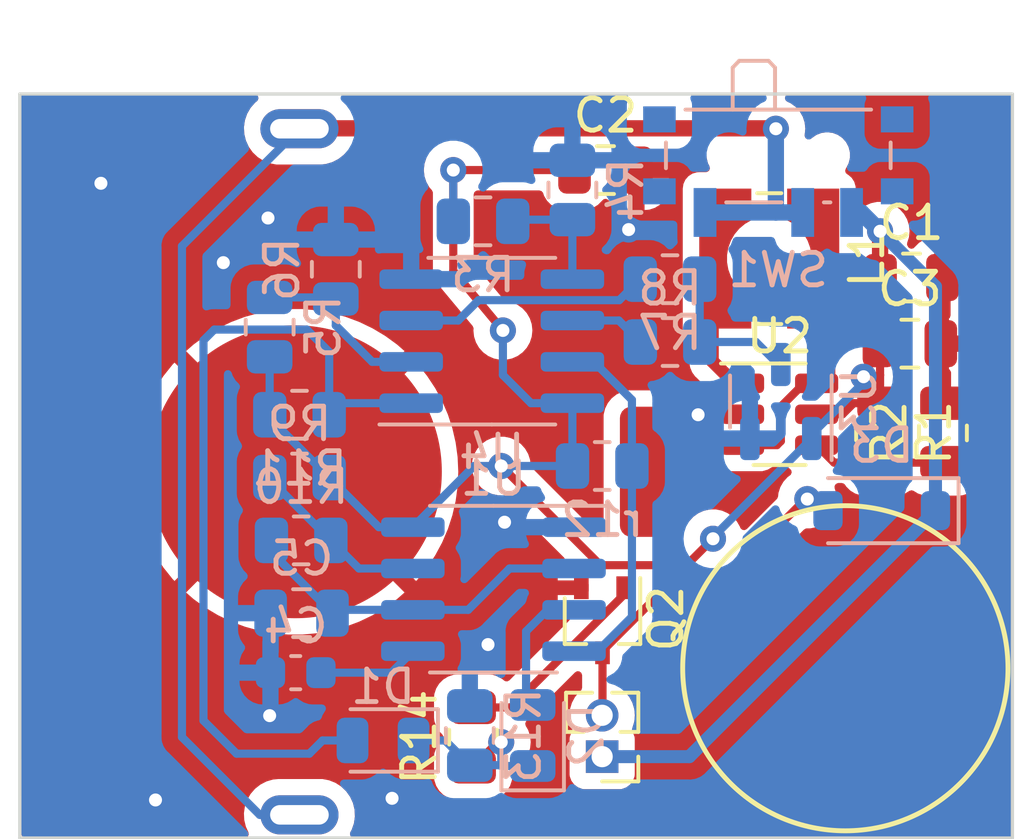
<source format=kicad_pcb>
(kicad_pcb (version 20221018) (generator pcbnew)
  (layers (0 "F.Cu" signal) (31 "B.Cu" signal) (34 "B.Paste" user) (35 "F.Paste" user) (36 "B.SilkS" user "B.Silkscreen") (37 "F.SilkS" user "F.Silkscreen") (38 "B.Mask" user) (39 "F.Mask" user) (44 "Edge.Cuts" user))
  (net 0 "")
  (net 1 "/+5V")
  (net 2 "Net-(U2-FB)")
  (net 3 "GND")
  (net 4 "Net-(U4B-+)")
  (net 5 "Net-(U4A--)")
  (net 6 "Net-(U4A-+)")
  (net 7 "Net-(U3-OUT)")
  (net 8 "Net-(U4B--)")
  (net 9 "Net-(U1-DIS)")
  (net 10 "Net-(U1-THR)")
  (net 11 "Net-(D1-A)")
  (net 12 "Net-(U1-R)")
  (net 13 "Net-(D1-K)")
  (net 14 "Net-(Q2-G)")
  (net 15 "Net-(D3-A)")
  (net 16 "Net-(U2-SW)")
  (net 17 "/BAT")
  (net 18 "Net-(D2-A)")
  (net 19 "Net-(U1-CV)")
  (net 20 "/3V")
  (footprint "Connector_PinHeader_1.27mm:PinHeader_1x02_P1.27mm_Vertical" (layer "F.Cu") (at 167.7416 121.9604 180)
    (fp_text reference "M1" hide)
    (fp_text value "Motor_DC 3V")
    (fp_line (start -1.11 -0.76) (end 0 -0.76) (stroke (width 0.12)) (layer "F.SilkS"))
    (fp_line (start -1.11 0) (end -1.11 -0.76) (stroke (width 0.12)) (layer "F.SilkS"))
    (fp_line (start -1.11 0.76) (end -1.11 1.965) (stroke (width 0.12)) (layer "F.SilkS"))
    (fp_line (start -1.11 0.76) (end -0.563471 0.76) (stroke (width 0.12)) (layer "F.SilkS"))
    (fp_line (start -1.11 1.965) (end -0.30753 1.965) (stroke (width 0.12)) (layer "F.SilkS"))
    (fp_line (start 0.30753 1.965) (end 1.11 1.965) (stroke (width 0.12)) (layer "F.SilkS"))
    (fp_line (start 0.563471 0.76) (end 1.11 0.76) (stroke (width 0.12)) (layer "F.SilkS"))
    (fp_line (start 1.11 0.76) (end 1.11 1.965) (stroke (width 0.12)) (layer "F.SilkS"))
    (pad "1" thru_hole rect (at 0 0 180) (size 1 1) (drill 0.65) (layers "*.Cu" "*.Mask") (net 20 "/3V"))
    (pad "2" thru_hole oval (at 0 1.27 180) (size 1 1) (drill 0.65) (layers "*.Cu" "*.Mask") (net 15 "Net-(D3-A)"))
  )
  (footprint "Package_TO_SOT_SMD:SOT-23-6" (layer "F.Cu") (at 173.19 111.44)
    (fp_text reference "U2" (at 0 -2.4) (layer "F.SilkS"))
    (fp_text value "TPS61070")
    (fp_line (start 0 -1.56) (end -1.8 -1.56) (stroke (width 0.12)) (layer "F.SilkS"))
    (fp_line (start 0 -1.56) (end 0.8 -1.56) (stroke (width 0.12)) (layer "F.SilkS"))
    (fp_line (start 0 1.56) (end -0.8 1.56) (stroke (width 0.12)) (layer "F.SilkS"))
    (fp_line (start 0 1.56) (end 0.8 1.56) (stroke (width 0.12)) (layer "F.SilkS"))
    (pad "1" smd roundrect (at -1.1375 -0.95) (size 1.325 0.6) (layers "F.Cu" "F.Paste" "F.Mask") (net 16 "Net-(U2-SW)"))
    (pad "2" smd roundrect (at -1.1375 0) (size 1.325 0.6) (layers "F.Cu" "F.Paste" "F.Mask") (net 3 "GND"))
    (pad "3" smd roundrect (at -1.1375 0.95) (size 1.325 0.6) (layers "F.Cu" "F.Paste" "F.Mask") (net 20 "/3V"))
    (pad "4" smd roundrect (at 1.1375 0.95) (size 1.325 0.6) (layers "F.Cu" "F.Paste" "F.Mask") (net 2 "Net-(U2-FB)"))
    (pad "5" smd roundrect (at 1.1375 0) (size 1.325 0.6) (layers "F.Cu" "F.Paste" "F.Mask") (net 1 "/+5V"))
    (pad "6" smd roundrect (at 1.1375 -0.95) (size 1.325 0.6) (layers "F.Cu" "F.Paste" "F.Mask") (net 20 "/3V"))
  )
  (footprint "Batery Holder:cr1616" (layer "F.Cu") (at 158.3182 113.2078 90)
    (fp_text reference "BT1" hide)
    (fp_text value "3Volts" hide)
    (pad "" smd roundrect (at 0 10.668 180) (size 1.4 4) (property pad_prop_bga) (layers "F.Cu" "F.Paste" "F.Mask"))
    (pad "1" thru_hole oval (at -10.541 0.127 180) (size 2.4 1.2) (drill oval 1.8 0.6) (layers "*.Cu" "*.Mask") (net 17 "/BAT"))
    (pad "1" thru_hole oval (at 10.541 0.127 180) (size 2.4 1.2) (drill oval 1.8 0.6) (layers "*.Cu" "*.Mask") (net 17 "/BAT"))
    (pad "2" smd circle (at 0 0 90) (size 9 9) (layers "F.Cu" "F.Mask") (net 3 "GND"))
  )
  (footprint "Resistor_SMD:R_0805_2012Metric" (layer "F.Cu") (at 178.2064 112.014 90)
    (fp_text reference "R2" (at 0 -1.65 90) (layer "F.SilkS"))
    (fp_text value "110K")
    (fp_line (start -0.227064 -0.735) (end 0.227064 -0.735) (stroke (width 0.12)) (layer "F.SilkS"))
    (fp_line (start -0.227064 0.735) (end 0.227064 0.735) (stroke (width 0.12)) (layer "F.SilkS"))
    (pad "1" smd roundrect (at -0.9125 0 90) (size 1.025 1.4) (layers "F.Cu" "F.Paste" "F.Mask") (roundrect_rratio 0.243902) (net 2 "Net-(U2-FB)"))
    (pad "2" smd roundrect (at 0.9125 0 90) (size 1.025 1.4) (layers "F.Cu" "F.Paste" "F.Mask") (roundrect_rratio 0.243902) (net 3 "GND"))
  )
  (footprint "Capacitor_SMD:C_0805_2012Metric" (layer "F.Cu") (at 177.2412 107.2388)
    (fp_text reference "C1" (at 0 -1.68) (layer "F.SilkS"))
    (fp_text value "4u7")
    (fp_line (start -0.261252 -0.735) (end 0.261252 -0.735) (stroke (width 0.12)) (layer "F.SilkS"))
    (fp_line (start -0.261252 0.735) (end 0.261252 0.735) (stroke (width 0.12)) (layer "F.SilkS"))
    (pad "1" smd roundrect (at -0.95 0) (size 1 1.45) (layers "F.Cu" "F.Paste" "F.Mask") (net 20 "/3V"))
    (pad "2" smd roundrect (at 0.95 0) (size 1 1.45) (layers "F.Cu" "F.Paste" "F.Mask") (net 3 "GND"))
  )
  (footprint "Resistor_SMD:R_0805_2012Metric" (layer "F.Cu") (at 163.7792 121.3612 90)
    (fp_text reference "R14" (at 0 -1.65 90) (layer "F.SilkS"))
    (fp_text value "10")
    (fp_line (start -0.227064 -0.735) (end 0.227064 -0.735) (stroke (width 0.12)) (layer "F.SilkS"))
    (fp_line (start -0.227064 0.735) (end 0.227064 0.735) (stroke (width 0.12)) (layer "F.SilkS"))
    (pad "1" smd roundrect (at -0.9125 0 90) (size 1.025 1.4) (layers "F.Cu" "F.Paste" "F.Mask") (roundrect_rratio 0.243902) (net 13 "Net-(D1-K)"))
    (pad "2" smd roundrect (at 0.9125 0 90) (size 1.025 1.4) (layers "F.Cu" "F.Paste" "F.Mask") (roundrect_rratio 0.243902) (net 14 "Net-(Q2-G)"))
  )
  (footprint "Resistor_SMD:R_0805_2012Metric" (layer "F.Cu") (at 176.276 112.014 -90)
    (fp_text reference "R1" (at 0 -1.65 90) (layer "F.SilkS"))
    (fp_text value "1M")
    (fp_line (start -0.227064 -0.735) (end 0.227064 -0.735) (stroke (width 0.12)) (layer "F.SilkS"))
    (fp_line (start -0.227064 0.735) (end 0.227064 0.735) (stroke (width 0.12)) (layer "F.SilkS"))
    (pad "1" smd roundrect (at -0.9125 0 270) (size 1.025 1.4) (layers "F.Cu" "F.Paste" "F.Mask") (roundrect_rratio 0.243902) (net 1 "/+5V"))
    (pad "2" smd roundrect (at 0.9125 0 270) (size 1.025 1.4) (layers "F.Cu" "F.Paste" "F.Mask") (roundrect_rratio 0.243902) (net 2 "Net-(U2-FB)"))
  )
  (footprint "Capacitor_SMD:C_0805_2012Metric" (layer "F.Cu") (at 167.8432 103.9368)
    (fp_text reference "C2" (at 0 -1.68) (layer "F.SilkS"))
    (fp_text value "4u7")
    (fp_line (start -0.261252 -0.735) (end 0.261252 -0.735) (stroke (width 0.12)) (layer "F.SilkS"))
    (fp_line (start -0.261252 0.735) (end 0.261252 0.735) (stroke (width 0.12)) (layer "F.SilkS"))
    (pad "1" smd roundrect (at -0.95 0) (size 1 1.45) (layers "F.Cu" "F.Paste" "F.Mask") (net 1 "/+5V"))
    (pad "2" smd roundrect (at 0.95 0) (size 1 1.45) (layers "F.Cu" "F.Paste" "F.Mask") (net 3 "GND"))
  )
  (footprint "Inductor_SMD:L_Wuerth_WE-TPC-3816" (layer "F.Cu") (at 172.8724 106.6572 -90)
    (fp_text reference "L1" (at 0 -3 90) (layer "F.SilkS"))
    (fp_text value "4.7uH")
    (fp_line (start -2.01 0.37) (end -2.01 -0.37) (stroke (width 0.12)) (layer "F.SilkS"))
    (fp_line (start 2.01 -0.37) (end 2.01 0.37) (stroke (width 0.12)) (layer "F.SilkS"))
    (pad "1" smd custom (at 0 -1.75 270) (size 0.7 0.7) (layers "F.Cu" "F.Paste" "F.Mask") (net 20 "/3V") (options (clearance outline) (anchor circle)) (primitives (gr_poly (pts (xy 2.15 1.2) (xy 1.177922 1.2) (xy 1.064578 1.003895) (xy 0.918917 0.830439) (xy 0.745359 0.684899) (xy 0.549174 0.571693) (xy 0.336318 0.494257) (xy 0.113252 0.454942) (xy -0.113252 0.454942) (xy -0.336318 0.494257) (xy -0.549174 0.571693) (xy -0.745359 0.684899) (xy -0.918917 0.830439) (xy -1.064578 1.003895) (xy -1.177922 1.2) (xy -2.15 1.2) (xy -2.15 -0.4) (xy 2.15 -0.4)) (width 0) (fill yes))))
    (pad "2" smd custom (at 0 1.75 270) (size 0.7 0.7) (layers "F.Cu" "F.Paste" "F.Mask") (net 16 "Net-(U2-SW)") (options (clearance outline) (anchor circle)) (primitives (gr_poly (pts (xy -1.064578 -1.003895) (xy -0.918917 -0.830439) (xy -0.745359 -0.684899) (xy -0.549174 -0.571693) (xy -0.336318 -0.494257) (xy -0.113252 -0.454942) (xy 0.113252 -0.454942) (xy 0.336318 -0.494257) (xy 0.549174 -0.571693) (xy 0.745359 -0.684899) (xy 0.918917 -0.830439) (xy 1.064578 -1.003895) (xy 1.177922 -1.2) (xy 2.15 -1.2) (xy 2.15 0.4) (xy -2.15 0.4) (xy -2.15 -1.2) (xy -1.177922 -1.2)) (width 0) (fill yes))))
  )
  (footprint "Package_TO_SOT_SMD:SOT-323_SC-70" (layer "F.Cu") (at 167.752 117.7704 -90)
    (fp_text reference "Q2" (at -0.05 -1.95 90) (layer "F.SilkS"))
    (fp_text value "BSS214NW")
    (fp_line (start -0.68 1.16) (end 0.73 1.16) (stroke (width 0.12)) (layer "F.SilkS"))
    (fp_line (start 0.73 -1.16) (end -1.3 -1.16) (stroke (width 0.12)) (layer "F.SilkS"))
    (fp_line (start 0.73 -1.16) (end 0.73 -0.5) (stroke (width 0.12)) (layer "F.SilkS"))
    (fp_line (start 0.73 0.5) (end 0.73 1.16) (stroke (width 0.12)) (layer "F.SilkS"))
    (pad "1" smd rect (at -1 -0.65 180) (size 0.45 0.7) (layers "F.Cu" "F.Paste" "F.Mask") (net 14 "Net-(Q2-G)"))
    (pad "2" smd rect (at -1 0.65 180) (size 0.45 0.7) (layers "F.Cu" "F.Paste" "F.Mask") (net 3 "GND"))
    (pad "3" smd rect (at 1 0 180) (size 0.45 0.7) (layers "F.Cu" "F.Paste" "F.Mask") (net 15 "Net-(D3-A)"))
  )
  (footprint "Capacitor_SMD:C_0805_2012Metric" (layer "F.Cu") (at 177.1904 109.2708)
    (fp_text reference "C3" (at 0 -1.68) (layer "F.SilkS"))
    (fp_text value "4u7")
    (fp_line (start -0.261252 -0.735) (end 0.261252 -0.735) (stroke (width 0.12)) (layer "F.SilkS"))
    (fp_line (start -0.261252 0.735) (end 0.261252 0.735) (stroke (width 0.12)) (layer "F.SilkS"))
    (pad "1" smd roundrect (at -0.95 0) (size 1 1.45) (layers "F.Cu" "F.Paste" "F.Mask") (net 1 "/+5V"))
    (pad "2" smd roundrect (at 0.95 0) (size 1 1.45) (layers "F.Cu" "F.Paste" "F.Mask") (net 3 "GND"))
  )
  (footprint "Resistor_SMD:R_0805_2012Metric" (layer "B.Cu") (at 169.8263 109.22 180)
    (fp_text reference "R8" (at 0 1.65) (layer "B.SilkS") (effects (justify mirror)))
    (fp_text value "10k")
    (fp_line (start -0.227064 -0.735) (end 0.227064 -0.735) (stroke (width 0.12)) (layer "B.SilkS"))
    (fp_line (start -0.227064 0.735) (end 0.227064 0.735) (stroke (width 0.12)) (layer "B.SilkS"))
    (pad "1" smd roundrect (at -0.9125 0 180) (size 1.025 1.4) (layers "B.Cu" "B.Paste" "B.Mask") (roundrect_rratio 0.243902) (net 7 "Net-(U3-OUT)"))
    (pad "2" smd roundrect (at 0.9125 0 180) (size 1.025 1.4) (layers "B.Cu" "B.Paste" "B.Mask") (roundrect_rratio 0.243902) (net 8 "Net-(U4B--)"))
  )
  (footprint "Resistor_SMD:R_0805_2012Metric" (layer "B.Cu") (at 159.5628 106.9848 -90)
    (fp_text reference "R6" (at 0 1.65 90) (layer "B.SilkS") (effects (justify mirror)))
    (fp_text value "120k")
    (fp_line (start -0.227064 -0.735) (end 0.227064 -0.735) (stroke (width 0.12)) (layer "B.SilkS"))
    (fp_line (start -0.227064 0.735) (end 0.227064 0.735) (stroke (width 0.12)) (layer "B.SilkS"))
    (pad "1" smd roundrect (at -0.9125 0 270) (size 1.025 1.4) (layers "B.Cu" "B.Paste" "B.Mask") (roundrect_rratio 0.243902) (net 3 "GND"))
    (pad "2" smd roundrect (at 0.9125 0 270) (size 1.025 1.4) (layers "B.Cu" "B.Paste" "B.Mask") (roundrect_rratio 0.243902) (net 5 "Net-(U4A--)"))
  )
  (footprint "Resistor_SMD:R_0805_2012Metric" (layer "B.Cu") (at 158.4979 115.316 180)
    (fp_text reference "R10" (at 0 1.65) (layer "B.SilkS") (effects (justify mirror)))
    (fp_text value "22k")
    (fp_line (start -0.227064 -0.735) (end 0.227064 -0.735) (stroke (width 0.12)) (layer "B.SilkS"))
    (fp_line (start -0.227064 0.735) (end 0.227064 0.735) (stroke (width 0.12)) (layer "B.SilkS"))
    (pad "1" smd roundrect (at -0.9125 0 180) (size 1.025 1.4) (layers "B.Cu" "B.Paste" "B.Mask") (roundrect_rratio 0.243902) (net 9 "Net-(U1-DIS)"))
    (pad "2" smd roundrect (at 0.9125 0 180) (size 1.025 1.4) (layers "B.Cu" "B.Paste" "B.Mask") (roundrect_rratio 0.243902) (net 10 "Net-(U1-THR)"))
  )
  (footprint "Button_Switch_SMD:SW_SPDT_PCM12" (layer "B.Cu") (at 173.1504 103.8096)
    (fp_text reference "SW1" (at 0 3.2) (layer "B.SilkS") (effects (justify mirror)))
    (fp_text value "On")
    (fp_line (start -3.45 0.07) (end -3.45 -0.72) (stroke (width 0.12)) (layer "B.SilkS"))
    (fp_line (start -2.85 -1.73) (end 2.85 -1.73) (stroke (width 0.12)) (layer "B.SilkS"))
    (fp_line (start -1.6 1.12) (end 0.1 1.12) (stroke (width 0.12)) (layer "B.SilkS"))
    (fp_line (start -1.4 -3.02) (end -1.2 -3.23) (stroke (width 0.12)) (layer "B.SilkS"))
    (fp_line (start -1.4 -1.73) (end -1.4 -3.02) (stroke (width 0.12)) (layer "B.SilkS"))
    (fp_line (start -1.2 -3.23) (end -0.3 -3.23) (stroke (width 0.12)) (layer "B.SilkS"))
    (fp_line (start -0.1 -3.02) (end -0.3 -3.23) (stroke (width 0.12)) (layer "B.SilkS"))
    (fp_line (start -0.1 -3.02) (end -0.1 -1.73) (stroke (width 0.12)) (layer "B.SilkS"))
    (fp_line (start 1.4 1.12) (end 1.6 1.12) (stroke (width 0.12)) (layer "B.SilkS"))
    (fp_line (start 3.45 -0.72) (end 3.45 0.07) (stroke (width 0.12)) (layer "B.SilkS"))
    (pad "" smd rect (at -3.65 -1.43) (size 1 0.8) (layers "B.Cu" "B.Paste" "B.Mask"))
    (pad "" smd rect (at -3.65 0.78) (size 1 0.8) (layers "B.Cu" "B.Paste" "B.Mask"))
    (pad "" np_thru_hole circle (at -1.5 -0.33) (size 0.9 0.9) (drill 0.9) (layers "*.Cu" "*.Mask"))
    (pad "" np_thru_hole circle (at 1.5 -0.33) (size 0.9 0.9) (drill 0.9) (layers "*.Cu" "*.Mask"))
    (pad "" smd rect (at 3.65 -1.43) (size 1 0.8) (layers "B.Cu" "B.Paste" "B.Mask"))
    (pad "" smd rect (at 3.65 0.78) (size 1 0.8) (layers "B.Cu" "B.Paste" "B.Mask"))
    (pad "1" smd rect (at -2.25 1.43) (size 0.7 1.5) (layers "B.Cu" "B.Paste" "B.Mask") (net 17 "/BAT"))
    (pad "2" smd rect (at 0.75 1.43) (size 0.7 1.5) (layers "B.Cu" "B.Paste" "B.Mask") (net 17 "/BAT"))
    (pad "3" smd rect (at 2.25 1.43) (size 0.7 1.5) (layers "B.Cu" "B.Paste" "B.Mask") (net 20 "/3V"))
  )
  (footprint "Resistor_SMD:R_0805_2012Metric" (layer "B.Cu") (at 157.5308 108.7628 90)
    (fp_text reference "R5" (at 0 1.65 90) (layer "B.SilkS") (effects (justify mirror)))
    (fp_text value "100k")
    (fp_line (start -0.227064 -0.735) (end 0.227064 -0.735) (stroke (width 0.12)) (layer "B.SilkS"))
    (fp_line (start -0.227064 0.735) (end 0.227064 0.735) (stroke (width 0.12)) (layer "B.SilkS"))
    (pad "1" smd roundrect (at -0.9125 0 90) (size 1.025 1.4) (layers "B.Cu" "B.Paste" "B.Mask") (roundrect_rratio 0.243902) (net 1 "/+5V"))
    (pad "2" smd roundrect (at 0.9125 0 90) (size 1.025 1.4) (layers "B.Cu" "B.Paste" "B.Mask") (roundrect_rratio 0.243902) (net 5 "Net-(U4A--)"))
  )
  (footprint "Resistor_SMD:R_0805_2012Metric" (layer "B.Cu") (at 167.7435 113.03)
    (fp_text reference "r12" (at 0 1.65) (layer "B.SilkS") (effects (justify mirror)))
    (fp_text value "10k")
    (fp_line (start -0.227064 -0.735) (end 0.227064 -0.735) (stroke (width 0.12)) (layer "B.SilkS"))
    (fp_line (start -0.227064 0.735) (end 0.227064 0.735) (stroke (width 0.12)) (layer "B.SilkS"))
    (pad "1" smd roundrect (at -0.9125 0) (size 1.025 1.4) (layers "B.Cu" "B.Paste" "B.Mask") (roundrect_rratio 0.243902) (net 1 "/+5V"))
    (pad "2" smd roundrect (at 0.9125 0) (size 1.025 1.4) (layers "B.Cu" "B.Paste" "B.Mask") (roundrect_rratio 0.243902) (net 12 "Net-(U1-R)"))
  )
  (footprint "Diode_SMD:D_0805_2012Metric" (layer "B.Cu") (at 165.608 121.3104 90)
    (fp_text reference "D2" (at 0 1.65 90) (layer "B.SilkS") (effects (justify mirror)))
    (fp_text value "1N4148")
    (fp_line (start -1.685 -0.96) (end 1 -0.96) (stroke (width 0.12)) (layer "B.SilkS"))
    (fp_line (start -1.685 0.96) (end -1.685 -0.96) (stroke (width 0.12)) (layer "B.SilkS"))
    (fp_line (start 1 0.96) (end -1.685 0.96) (stroke (width 0.12)) (layer "B.SilkS"))
    (pad "1" smd roundrect (at -0.9375 0 90) (size 0.975 1.4) (layers "B.Cu" "B.Paste" "B.Mask") (net 13 "Net-(D1-K)"))
    (pad "2" smd roundrect (at 0.9375 0 90) (size 0.975 1.4) (layers "B.Cu" "B.Paste" "B.Mask") (net 18 "Net-(D2-A)"))
  )
  (footprint "Package_SO:SOIC-8_3.9x4.9mm_P1.27mm" (layer "B.Cu") (at 164.403 116.8146 180)
    (fp_text reference "U1" (at 0 3.4) (layer "B.SilkS") (effects (justify mirror)))
    (fp_text value "SE555D")
    (fp_line (start 0 -2.56) (end -1.95 -2.56) (stroke (width 0.12)) (layer "B.SilkS"))
    (fp_line (start 0 -2.56) (end 1.95 -2.56) (stroke (width 0.12)) (layer "B.SilkS"))
    (fp_line (start 0 2.56) (end -3.45 2.56) (stroke (width 0.12)) (layer "B.SilkS"))
    (fp_line (start 0 2.56) (end 1.95 2.56) (stroke (width 0.12)) (layer "B.SilkS"))
    (pad "1" smd roundrect (at -2.475 1.905 180) (size 1.95 0.6) (layers "B.Cu" "B.Paste" "B.Mask") (net 3 "GND"))
    (pad "2" smd roundrect (at -2.475 0.635 180) (size 1.95 0.6) (layers "B.Cu" "B.Paste" "B.Mask") (net 10 "Net-(U1-THR)"))
    (pad "3" smd roundrect (at -2.475 -0.635 180) (size 1.95 0.6) (layers "B.Cu" "B.Paste" "B.Mask") (net 18 "Net-(D2-A)"))
    (pad "4" smd roundrect (at -2.475 -1.905 180) (size 1.95 0.6) (layers "B.Cu" "B.Paste" "B.Mask") (net 12 "Net-(U1-R)"))
    (pad "5" smd roundrect (at 2.475 -1.905 180) (size 1.95 0.6) (layers "B.Cu" "B.Paste" "B.Mask") (net 19 "Net-(U1-CV)"))
    (pad "6" smd roundrect (at 2.475 -0.635 180) (size 1.95 0.6) (layers "B.Cu" "B.Paste" "B.Mask") (net 10 "Net-(U1-THR)"))
    (pad "7" smd roundrect (at 2.475 0.635 180) (size 1.95 0.6) (layers "B.Cu" "B.Paste" "B.Mask") (net 9 "Net-(U1-DIS)"))
    (pad "8" smd roundrect (at 2.475 1.905 180) (size 1.95 0.6) (layers "B.Cu" "B.Paste" "B.Mask") (net 1 "/+5V"))
  )
  (footprint "Resistor_SMD:R_0805_2012Metric" (layer "B.Cu") (at 158.4471 113.3856 180)
    (fp_text reference "R9" (at 0 1.65) (layer "B.SilkS") (effects (justify mirror)))
    (fp_text value "1k")
    (fp_line (start -0.227064 -0.735) (end 0.227064 -0.735) (stroke (width 0.12)) (layer "B.SilkS"))
    (fp_line (start -0.227064 0.735) (end 0.227064 0.735) (stroke (width 0.12)) (layer "B.SilkS"))
    (pad "1" smd roundrect (at -0.9125 0 180) (size 1.025 1.4) (layers "B.Cu" "B.Paste" "B.Mask") (roundrect_rratio 0.243902) (net 1 "/+5V"))
    (pad "2" smd roundrect (at 0.9125 0 180) (size 1.025 1.4) (layers "B.Cu" "B.Paste" "B.Mask") (roundrect_rratio 0.243902) (net 9 "Net-(U1-DIS)"))
  )
  (footprint "Resistor_SMD:R_0805_2012Metric" (layer "B.Cu") (at 163.6776 121.3104 90)
    (fp_text reference "R13" (at 0 1.65 -270) (layer "B.SilkS") (effects (justify mirror)))
    (fp_text value "1M")
    (fp_line (start -0.227064 -0.735) (end 0.227064 -0.735) (stroke (width 0.12)) (layer "B.SilkS"))
    (fp_line (start -0.227064 0.735) (end 0.227064 0.735) (stroke (width 0.12)) (layer "B.SilkS"))
    (pad "1" smd roundrect (at -0.9125 0 90) (size 1.025 1.4) (layers "B.Cu" "B.Paste" "B.Mask") (roundrect_rratio 0.243902) (net 13 "Net-(D1-K)"))
    (pad "2" smd roundrect (at 0.9125 0 90) (size 1.025 1.4) (layers "B.Cu" "B.Paste" "B.Mask") (roundrect_rratio 0.243902) (net 3 "GND"))
  )
  (footprint "Capacitor_SMD:C_0805_2012Metric" (layer "B.Cu") (at 158.5112 117.5512 180)
    (fp_text reference "C5" (at 0 1.68) (layer "B.SilkS") (effects (justify mirror)))
    (fp_text value "4u7")
    (fp_line (start -0.261252 -0.735) (end 0.261252 -0.735) (stroke (width 0.12)) (layer "B.SilkS"))
    (fp_line (start -0.261252 0.735) (end 0.261252 0.735) (stroke (width 0.12)) (layer "B.SilkS"))
    (pad "1" smd roundrect (at -0.95 0 180) (size 1 1.45) (layers "B.Cu" "B.Paste" "B.Mask") (net 10 "Net-(U1-THR)"))
    (pad "2" smd roundrect (at 0.95 0 180) (size 1 1.45) (layers "B.Cu" "B.Paste" "B.Mask") (net 3 "GND"))
  )
  (footprint "Package_TO_SOT_SMD:SOT-23-3" (layer "B.Cu") (at 173.228 111.0488 90)
    (fp_text reference "U3" (at 0 2.4 90) (layer "B.SilkS") (effects (justify mirror)))
    (fp_text value "49E Hall")
    (fp_line (start 0 -1.56) (end -0.8 -1.56) (stroke (width 0.12)) (layer "B.SilkS"))
    (fp_line (start 0 -1.56) (end 0.8 -1.56) (stroke (width 0.12)) (layer "B.SilkS"))
    (fp_line (start 0 1.56) (end -1.8 1.56) (stroke (width 0.12)) (layer "B.SilkS"))
    (fp_line (start 0 1.56) (end 0.8 1.56) (stroke (width 0.12)) (layer "B.SilkS"))
    (pad "1" smd roundrect (at -1.1375 0.95 90) (size 1.325 0.6) (layers "B.Cu" "B.Paste" "B.Mask") (net 1 "/+5V"))
    (pad "2" smd roundrect (at -1.1375 -0.95 90) (size 1.325 0.6) (layers "B.Cu" "B.Paste" "B.Mask") (net 3 "GND"))
    (pad "3" smd roundrect (at 1.1375 0 90) (size 1.325 0.6) (layers "B.Cu" "B.Paste" "B.Mask") (net 7 "Net-(U3-OUT)"))
  )
  (footprint "Capacitor_SMD:C_0603_1608Metric" (layer "B.Cu") (at 158.3306 119.38 180)
    (fp_text reference "C4" (at 0 1.43) (layer "B.SilkS") (effects (justify mirror)))
    (fp_text value "100n")
    (fp_line (start -0.14058 -0.51) (end 0.14058 -0.51) (stroke (width 0.12)) (layer "B.SilkS"))
    (fp_line (start -0.14058 0.51) (end 0.14058 0.51) (stroke (width 0.12)) (layer "B.SilkS"))
    (pad "1" smd roundrect (at -0.775 0 180) (size 0.9 0.95) (layers "B.Cu" "B.Paste" "B.Mask") (net 19 "Net-(U1-CV)"))
    (pad "2" smd roundrect (at 0.775 0 180) (size 0.9 0.95) (layers "B.Cu" "B.Paste" "B.Mask") (net 3 "GND"))
  )
  (footprint "Resistor_SMD:R_0805_2012Metric" (layer "B.Cu") (at 169.8244 107.2896)
    (fp_text reference "R7" (at 0 1.65) (layer "B.SilkS") (effects (justify mirror)))
    (fp_text value "10k")
    (fp_line (start -0.227064 -0.735) (end 0.227064 -0.735) (stroke (width 0.12)) (layer "B.SilkS"))
    (fp_line (start -0.227064 0.735) (end 0.227064 0.735) (stroke (width 0.12)) (layer "B.SilkS"))
    (pad "1" smd roundrect (at -0.9125 0) (size 1.025 1.4) (layers "B.Cu" "B.Paste" "B.Mask") (roundrect_rratio 0.243902) (net 6 "Net-(U4A-+)"))
    (pad "2" smd roundrect (at 0.9125 0) (size 1.025 1.4) (layers "B.Cu" "B.Paste" "B.Mask") (roundrect_rratio 0.243902) (net 7 "Net-(U3-OUT)"))
  )
  (footprint "Diode_SMD:D_SOD-123" (layer "B.Cu") (at 176.3268 114.4016 180)
    (fp_text reference "D3" (at 0 2) (layer "B.SilkS") (effects (justify mirror)))
    (fp_text value "SS14HE")
    (fp_line (start -2.36 -1) (end 1.65 -1) (stroke (width 0.12)) (layer "B.SilkS"))
    (fp_line (start -2.36 1) (end -2.36 -1) (stroke (width 0.12)) (layer "B.SilkS"))
    (fp_line (start -2.36 1) (end 1.65 1) (stroke (width 0.12)) (layer "B.SilkS"))
    (pad "1" smd roundrect (at -1.65 0 180) (size 0.9 1.2) (layers "B.Cu" "B.Paste" "B.Mask") (net 20 "/3V"))
    (pad "2" smd roundrect (at 1.65 0 180) (size 0.9 1.2) (layers "B.Cu" "B.Paste" "B.Mask") (net 15 "Net-(D3-A)"))
  )
  (footprint "Resistor_SMD:R_0805_2012Metric" (layer "B.Cu") (at 166.8272 104.5483 90)
    (fp_text reference "R4" (at 0 1.65 90) (layer "B.SilkS") (effects (justify mirror)))
    (fp_text value "100k")
    (fp_line (start -0.227064 -0.735) (end 0.227064 -0.735) (stroke (width 0.12)) (layer "B.SilkS"))
    (fp_line (start -0.227064 0.735) (end 0.227064 0.735) (stroke (width 0.12)) (layer "B.SilkS"))
    (pad "1" smd roundrect (at -0.9125 0 90) (size 1.025 1.4) (layers "B.Cu" "B.Paste" "B.Mask") (roundrect_rratio 0.243902) (net 4 "Net-(U4B-+)"))
    (pad "2" smd roundrect (at 0.9125 0 90) (size 1.025 1.4) (layers "B.Cu" "B.Paste" "B.Mask") (roundrect_rratio 0.243902) (net 3 "GND"))
  )
  (footprint "Diode_SMD:D_0805_2012Metric" (layer "B.Cu") (at 161.0129 121.4628 180)
    (fp_text reference "D1" (at 0 1.65) (layer "B.SilkS") (effects (justify mirror)))
    (fp_text value "1N4148")
    (fp_line (start -1.685 -0.96) (end 1 -0.96) (stroke (width 0.12)) (layer "B.SilkS"))
    (fp_line (start -1.685 0.96) (end -1.685 -0.96) (stroke (width 0.12)) (layer "B.SilkS"))
    (fp_line (start 1 0.96) (end -1.685 0.96) (stroke (width 0.12)) (layer "B.SilkS"))
    (pad "1" smd roundrect (at -0.9375 0 180) (size 0.975 1.4) (layers "B.Cu" "B.Paste" "B.Mask") (net 13 "Net-(D1-K)"))
    (pad "2" smd roundrect (at 0.9375 0 180) (size 0.975 1.4) (layers "B.Cu" "B.Paste" "B.Mask") (net 11 "Net-(D1-A)"))
  )
  (footprint "Resistor_SMD:R_0805_2012Metric" (layer "B.Cu") (at 158.4471 111.4552)
    (fp_text reference "R11" (at 0 1.65) (layer "B.SilkS") (effects (justify mirror)))
    (fp_text value "10k")
    (fp_line (start -0.227064 -0.735) (end 0.227064 -0.735) (stroke (width 0.12)) (layer "B.SilkS"))
    (fp_line (start -0.227064 0.735) (end 0.227064 0.735) (stroke (width 0.12)) (layer "B.SilkS"))
    (pad "1" smd roundrect (at -0.9125 0) (size 1.025 1.4) (layers "B.Cu" "B.Paste" "B.Mask") (roundrect_rratio 0.243902) (net 1 "/+5V"))
    (pad "2" smd roundrect (at 0.9125 0) (size 1.025 1.4) (layers "B.Cu" "B.Paste" "B.Mask") (roundrect_rratio 0.243902) (net 11 "Net-(D1-A)"))
  )
  (footprint "Resistor_SMD:R_0805_2012Metric" (layer "B.Cu") (at 164.084 105.5116)
    (fp_text reference "R3" (at 0 1.65) (layer "B.SilkS") (effects (justify mirror)))
    (fp_text value "120k")
    (fp_line (start -0.227064 -0.735) (end 0.227064 -0.735) (stroke (width 0.12)) (layer "B.SilkS"))
    (fp_line (start -0.227064 0.735) (end 0.227064 0.735) (stroke (width 0.12)) (layer "B.SilkS"))
    (pad "1" smd roundrect (at -0.9125 0) (size 1.025 1.4) (layers "B.Cu" "B.Paste" "B.Mask") (roundrect_rratio 0.243902) (net 1 "/+5V"))
    (pad "2" smd roundrect (at 0.9125 0) (size 1.025 1.4) (layers "B.Cu" "B.Paste" "B.Mask") (roundrect_rratio 0.243902) (net 4 "Net-(U4B-+)"))
  )
  (footprint "Package_SO:SOIC-8_3.9x4.9mm_P1.27mm" (layer "B.Cu") (at 164.3522 109.1946)
    (fp_text reference "U4" (at 0 3.4) (layer "B.SilkS") (effects (justify mirror)))
    (fp_text value "LM393")
    (fp_line (start 0 -2.56) (end -1.95 -2.56) (stroke (width 0.12)) (layer "B.SilkS"))
    (fp_line (start 0 -2.56) (end 1.95 -2.56) (stroke (width 0.12)) (layer "B.SilkS"))
    (fp_line (start 0 2.56) (end -3.45 2.56) (stroke (width 0.12)) (layer "B.SilkS"))
    (fp_line (start 0 2.56) (end 1.95 2.56) (stroke (width 0.12)) (layer "B.SilkS"))
    (pad "1" smd roundrect (at -2.475 1.905) (size 1.95 0.6) (layers "B.Cu" "B.Paste" "B.Mask") (net 11 "Net-(D1-A)"))
    (pad "2" smd roundrect (at -2.475 0.635) (size 1.95 0.6) (layers "B.Cu" "B.Paste" "B.Mask") (net 5 "Net-(U4A--)"))
    (pad "3" smd roundrect (at -2.475 -0.635) (size 1.95 0.6) (layers "B.Cu" "B.Paste" "B.Mask") (net 6 "Net-(U4A-+)"))
    (pad "4" smd roundrect (at -2.475 -1.905) (size 1.95 0.6) (layers "B.Cu" "B.Paste" "B.Mask") (net 3 "GND"))
    (pad "5" smd roundrect (at 2.475 -1.905) (size 1.95 0.6) (layers "B.Cu" "B.Paste" "B.Mask") (net 4 "Net-(U4B-+)"))
    (pad "6" smd roundrect (at 2.475 -0.635) (size 1.95 0.6) (layers "B.Cu" "B.Paste" "B.Mask") (net 8 "Net-(U4B--)"))
    (pad "7" smd roundrect (at 2.475 0.635) (size 1.95 0.6) (layers "B.Cu" "B.Paste" "B.Mask") (net 12 "Net-(U1-R)"))
    (pad "8" smd roundrect (at 2.475 1.905) (size 1.95 0.6) (layers "B.Cu" "B.Paste" "B.Mask") (net 1 "/+5V"))
  )
  (gr_circle (center 175.2092 119.24416) (end 180.1876 119.65056) (stroke (width 0.15)) (fill none) (layer "F.SilkS"))
  (gr_line (start 149.86 101.6) (end 180.34 101.6) (stroke (width 0.1)) (layer "Edge.Cuts"))
  (gr_line (start 149.86 124.46) (end 149.86 101.6) (stroke (width 0.1)) (layer "Edge.Cuts"))
  (gr_line (start 180.34 124.46) (end 149.86 124.46) (stroke (width 0.1)) (layer "Edge.Cuts"))
  (gr_line (start 180.34 101.6) (end 180.34 124.46) (stroke (width 0.1)) (layer "Edge.Cuts"))
  (segment (start 176.2741 111.0996) (end 176.276 111.1015) (width 0.25) (layer "F.Cu") (net 1))
  (segment (start 176.276 110.236) (end 176.2252 110.2868) (width 0.25) (layer "F.Cu") (net 1))
  (segment (start 163.1696 103.9368) (end 163.1696 107.0356) (width 0.25) (layer "F.Cu") (net 1))
  (segment (start 171.1452 115.2652) (end 170.3324 116.078) (width 0.25) (layer "F.Cu") (net 1))
  (segment (start 176.276 110.236) (end 176.276 109.3064) (width 0.25) (layer "F.Cu") (net 1))
  (segment (start 167.6908 116.078) (end 164.6428 113.03) (width 0.25) (layer "F.Cu") (net 1))
  (segment (start 170.3324 116.078) (end 167.6908 116.078) (width 0.25) (layer "F.Cu") (net 1))
  (segment (start 176.276 109.3064) (end 176.2404 109.2708) (width 0.25) (layer "F.Cu") (net 1))
  (segment (start 163.1696 103.9368) (end 166.8932 103.9368) (width 0.25) (layer "F.Cu") (net 1))
  (segment (start 164.6784 112.9944) (end 164.6428 113.03) (width 0.25) (layer "F.Cu") (net 1))
  (segment (start 163.1696 107.0356) (end 164.6936 108.8644) (width 0.25) (layer "F.Cu") (net 1))
  (segment (start 174.3935 111.506) (end 174.3275 111.44) (width 0.25) (layer "F.Cu") (net 1))
  (segment (start 174.3275 111.44) (end 175.1228 111.44) (width 0.25) (layer "F.Cu") (net 1))
  (segment (start 176.2252 110.2868) (end 175.768 110.2868) (width 0.25) (layer "F.Cu") (net 1))
  (segment (start 175.1228 111.44) (end 175.4632 111.0996) (width 0.25) (layer "F.Cu") (net 1))
  (segment (start 175.4632 111.0996) (end 176.2741 111.0996) (width 0.25) (layer "F.Cu") (net 1))
  (segment (start 176.2912 109.2708) (end 176.2404 109.2708) (width 0.25) (layer "F.Cu") (net 1))
  (segment (start 176.276 111.1015) (end 176.276 110.236) (width 0.25) (layer "F.Cu") (net 1))
  (via (at 164.6428 113.03) (size 0.8) (drill 0.4) (layers "F.Cu" "B.Cu") (net 1))
  (via (at 163.1696 103.9368) (size 0.8) (drill 0.4) (layers "F.Cu" "B.Cu") (net 1))
  (via (at 175.768 110.2868) (size 0.8) (drill 0.4) (layers "F.Cu" "B.Cu") (net 1))
  (via (at 171.1452 115.2652) (size 0.8) (drill 0.4) (layers "F.Cu" "B.Cu") (net 1))
  (via (at 164.6936 108.8644) (size 0.8) (drill 0.4) (layers "F.Cu" "B.Cu") (net 1))
  (segment (start 157.5308 109.6753) (end 157.5308 111.4514) (width 0.25) (layer "B.Cu") (net 1))
  (segment (start 164.6936 108.8644) (end 164.6936 110.236) (width 0.25) (layer "B.Cu") (net 1))
  (segment (start 174.178 112.1863) (end 171.1452 115.2191) (width 0.25) (layer "B.Cu") (net 1))
  (segment (start 175.768 110.4638) (end 174.0256 112.2062) (width 0.25) (layer "B.Cu") (net 1))
  (segment (start 163.8076 113.03) (end 161.928 114.9096) (width 0.25) (layer "B.Cu") (net 1))
  (segment (start 163.1696 105.5097) (end 163.1696 103.9368) (width 0.25) (layer "B.Cu") (net 1))
  (segment (start 171.1452 115.2191) (end 171.1452 115.2652) (width 0.25) (layer "B.Cu") (net 1))
  (segment (start 160.8836 114.9096) (end 159.3596 113.3856) (width 0.25) (layer "B.Cu") (net 1))
  (segment (start 166.8272 113.0262) (end 166.831 113.03) (width 0.25) (layer "B.Cu") (net 1))
  (segment (start 166.831 113.03) (end 163.8076 113.03) (width 0.25) (layer "B.Cu") (net 1))
  (segment (start 157.5327 111.1485) (end 157.5346 111.1504) (width 0.25) (layer "B.Cu") (net 1))
  (segment (start 163.1715 105.5116) (end 163.1696 105.5097) (width 0.25) (layer "B.Cu") (net 1))
  (segment (start 159.3596 113.3856) (end 159.3596 112.9754) (width 0.25) (layer "B.Cu") (net 1))
  (segment (start 157.5308 111.4514) (end 157.5346 111.4552) (width 0.25) (layer "B.Cu") (net 1))
  (segment (start 157.5346 111.4552) (end 157.5346 111.5606) (width 0.25) (layer "B.Cu") (net 1))
  (segment (start 165.5572 111.0996) (end 166.8272 111.0996) (width 0.25) (layer "B.Cu") (net 1))
  (segment (start 166.8272 111.0996) (end 166.8272 113.0262) (width 0.25) (layer "B.Cu") (net 1))
  (segment (start 157.5346 111.5606) (end 159.3596 113.3856) (width 0.25) (layer "B.Cu") (net 1))
  (segment (start 164.6936 110.236) (end 165.5572 111.0996) (width 0.25) (layer "B.Cu") (net 1))
  (segment (start 175.768 110.2868) (end 175.768 110.4638) (width 0.25) (layer "B.Cu") (net 1))
  (segment (start 161.928 114.9096) (end 160.8836 114.9096) (width 0.25) (layer "B.Cu") (net 1))
  (segment (start 178.2064 112.9265) (end 176.276 112.9265) (width 0.25) (layer "F.Cu") (net 2))
  (segment (start 176.276 112.9265) (end 174.864 112.9265) (width 0.25) (layer "F.Cu") (net 2))
  (segment (start 174.864 112.9265) (end 174.3275 112.39) (width 0.25) (layer "F.Cu") (net 2))
  (via (at 164.7444 114.7572) (size 0.8) (drill 0.4) (layers "F.Cu" "B.Cu") (net 3))
  (via (at 154.0256 123.2916) (size 0.8) (drill 0.4) (layers "F.Cu" "B.Cu") (net 3))
  (via (at 152.3492 104.3432) (size 0.8) (drill 0.4) (layers "F.Cu" "B.Cu") (net 3))
  (via (at 168.5544 105.7656) (size 0.8) (drill 0.4) (layers "F.Cu" "B.Cu") (net 3))
  (via (at 157.5308 120.7008) (size 0.8) (drill 0.4) (layers "F.Cu" "B.Cu") (net 3))
  (via (at 156.1084 106.7816) (size 0.8) (drill 0.4) (layers "F.Cu" "B.Cu") (net 3))
  (via (at 164.2364 118.5164) (size 0.8) (drill 0.4) (layers "F.Cu" "B.Cu") (net 3))
  (via (at 170.688 111.4552) (size 0.8) (drill 0.4) (layers "F.Cu" "B.Cu") (net 3))
  (via (at 157.48 105.41) (size 0.8) (drill 0.4) (layers "F.Cu" "B.Cu") (net 3))
  (via (at 161.29 123.2408) (size 0.8) (drill 0.4) (layers "F.Cu" "B.Cu") (net 3))
  (segment (start 165.0473 105.4608) (end 164.9965 105.5116) (width 0.25) (layer "B.Cu") (net 4))
  (segment (start 166.8272 105.4608) (end 165.0473 105.4608) (width 0.25) (layer "B.Cu") (net 4))
  (segment (start 166.8272 107.2896) (end 166.8272 105.4608) (width 0.25) (layer "B.Cu") (net 4))
  (segment (start 160.6804 109.8296) (end 159.5628 108.712) (width 0.25) (layer "B.Cu") (net 5))
  (segment (start 157.5308 107.8503) (end 159.5158 107.8503) (width 0.25) (layer "B.Cu") (net 5))
  (segment (start 159.5158 107.8503) (end 159.5628 107.8973) (width 0.25) (layer "B.Cu") (net 5))
  (segment (start 159.5628 108.712) (end 159.5628 107.8973) (width 0.25) (layer "B.Cu") (net 5))
  (segment (start 161.8772 109.8296) (end 160.6804 109.8296) (width 0.25) (layer "B.Cu") (net 5))
  (segment (start 163.947 107.9346) (end 168.2669 107.9346) (width 0.25) (layer "B.Cu") (net 6))
  (segment (start 161.8772 108.5596) (end 163.322 108.5596) (width 0.25) (layer "B.Cu") (net 6))
  (segment (start 163.322 108.5596) (end 163.947 107.9346) (width 0.25) (layer "B.Cu") (net 6))
  (segment (start 168.2669 107.9346) (end 168.9119 107.2896) (width 0.25) (layer "B.Cu") (net 6))
  (segment (start 170.7369 109.2181) (end 170.7388 109.22) (width 0.25) (layer "B.Cu") (net 7))
  (segment (start 173.228 109.9113) (end 173.1573 109.9113) (width 0.25) (layer "B.Cu") (net 7))
  (segment (start 170.7369 107.2896) (end 170.7369 109.2181) (width 0.25) (layer "B.Cu") (net 7))
  (segment (start 173.1573 109.9113) (end 172.466 109.22) (width 0.25) (layer "B.Cu") (net 7))
  (segment (start 172.466 109.22) (end 170.7388 109.22) (width 0.25) (layer "B.Cu") (net 7))
  (segment (start 166.878 108.5088) (end 166.8272 108.5596) (width 0.25) (layer "B.Cu") (net 8))
  (segment (start 166.8272 108.5596) (end 168.2534 108.5596) (width 0.25) (layer "B.Cu") (net 8))
  (segment (start 168.2534 108.5596) (end 168.9138 109.22) (width 0.25) (layer "B.Cu") (net 8))
  (segment (start 161.928 116.1796) (end 160.274 116.1796) (width 0.25) (layer "B.Cu") (net 9))
  (segment (start 157.5346 113.4402) (end 159.4104 115.316) (width 0.25) (layer "B.Cu") (net 9))
  (segment (start 160.274 116.1796) (end 159.4104 115.316) (width 0.25) (layer "B.Cu") (net 9))
  (segment (start 157.5346 113.3856) (end 157.5346 113.4402) (width 0.25) (layer "B.Cu") (net 9))
  (segment (start 161.928 117.4496) (end 159.5628 117.4496) (width 0.25) (layer "B.Cu") (net 10))
  (segment (start 161.928 117.4496) (end 163.6268 117.4496) (width 0.25) (layer "B.Cu") (net 10))
  (segment (start 157.5854 115.316) (end 157.5854 115.6754) (width 0.25) (layer "B.Cu") (net 10))
  (segment (start 164.8968 116.1796) (end 166.878 116.1796) (width 0.25) (layer "B.Cu") (net 10))
  (segment (start 159.5628 117.4496) (end 159.4612 117.5512) (width 0.25) (layer "B.Cu") (net 10))
  (segment (start 163.6268 117.4496) (end 164.8968 116.1796) (width 0.25) (layer "B.Cu") (net 10))
  (segment (start 157.5854 115.6754) (end 159.4612 117.5512) (width 0.25) (layer "B.Cu") (net 10))
  (segment (start 155.8302 108.8378) (end 158.6726 108.8378) (width 0.25) (layer "B.Cu") (net 11))
  (segment (start 155.4988 109.1692) (end 155.8302 108.8378) (width 0.25) (layer "B.Cu") (net 11))
  (segment (start 159.3596 109.5248) (end 159.3596 111.4552) (width 0.25) (layer "B.Cu") (net 11))
  (segment (start 160.0754 121.4628) (end 159.1564 121.4628) (width 0.25) (layer "B.Cu") (net 11))
  (segment (start 156.5148 121.8692) (end 155.4988 120.8532) (width 0.25) (layer "B.Cu") (net 11))
  (segment (start 161.8772 111.0996) (end 159.7152 111.0996) (width 0.25) (layer "B.Cu") (net 11))
  (segment (start 159.1564 121.4628) (end 158.75 121.8692) (width 0.25) (layer "B.Cu") (net 11))
  (segment (start 158.6726 108.8378) (end 159.3596 109.5248) (width 0.25) (layer "B.Cu") (net 11))
  (segment (start 158.75 121.8692) (end 156.5148 121.8692) (width 0.25) (layer "B.Cu") (net 11))
  (segment (start 159.4104 111.0996) (end 159.3596 111.1504) (width 0.25) (layer "B.Cu") (net 11))
  (segment (start 155.4988 120.8532) (end 155.4988 109.1692) (width 0.25) (layer "B.Cu") (net 11))
  (segment (start 159.7152 111.0996) (end 159.3596 111.4552) (width 0.25) (layer "B.Cu") (net 11))
  (segment (start 167.599776 118.7196) (end 168.656 117.663376) (width 0.25) (layer "B.Cu") (net 12))
  (segment (start 168.656 113.03) (end 168.656 110.998) (width 0.25) (layer "B.Cu") (net 12))
  (segment (start 167.4876 109.8296) (end 166.8272 109.8296) (width 0.25) (layer "B.Cu") (net 12))
  (segment (start 168.656 110.998) (end 167.4876 109.8296) (width 0.25) (layer "B.Cu") (net 12))
  (segment (start 166.878 118.7196) (end 167.599776 118.7196) (width 0.25) (layer "B.Cu") (net 12))
  (segment (start 168.656 117.663376) (end 168.656 113.03) (width 0.25) (layer "B.Cu") (net 12))
  (segment (start 164.6428 121.412) (end 164.6428 121.5136) (width 0.25) (layer "F.Cu") (net 13))
  (segment (start 163.7792 122.2737) (end 164.5393 121.5136) (width 0.25) (layer "F.Cu") (net 13))
  (segment (start 164.6428 121.5136) (end 164.5412 121.5136) (width 0.25) (layer "F.Cu") (net 13))
  (segment (start 164.5412 121.5136) (end 164.6428 121.412) (width 0.25) (layer "F.Cu") (net 13))
  (segment (start 164.5393 121.5136) (end 164.6428 121.5136) (width 0.25) (layer "F.Cu") (net 13))
  (via (at 164.6428 121.5136) (size 0.8) (drill 0.4) (layers "F.Cu" "B.Cu") (net 13))
  (segment (start 164.6178 122.2229) (end 164.6428 122.2479) (width 0.25) (layer "B.Cu") (net 13))
  (segment (start 163.6776 122.2229) (end 164.6178 122.2229) (width 0.25) (layer "B.Cu") (net 13))
  (segment (start 165.608 122.2479) (end 164.6428 122.2479) (width 0.25) (layer "B.Cu") (net 13))
  (segment (start 161.9504 121.4628) (end 162.9175 121.4628) (width 0.25) (layer "B.Cu") (net 13))
  (segment (start 162.9175 121.4628) (end 163.6776 122.2229) (width 0.25) (layer "B.Cu") (net 13))
  (segment (start 164.6428 121.5136) (end 164.6428 122.2479) (width 0.25) (layer "B.Cu") (net 13))
  (segment (start 164.9457 120.4487) (end 163.7792 120.4487) (width 0.25) (layer "F.Cu") (net 14))
  (segment (start 168.402 116.7704) (end 168.402 116.9924) (width 0.25) (layer "F.Cu") (net 14))
  (segment (start 168.402 116.9924) (end 164.9457 120.4487) (width 0.25) (layer "F.Cu") (net 14))
  (segment (start 167.752 120.68) (end 167.7416 120.6904) (width 0.25) (layer "F.Cu") (net 15))
  (segment (start 174.0408 113.9952) (end 173.99 114.046) (width 0.25) (layer "F.Cu") (net 15))
  (segment (start 169.5196 116.9416) (end 171.0944 116.9416) (width 0.25) (layer "F.Cu") (net 15))
  (segment (start 167.752 118.7704) (end 167.752 120.68) (width 0.25) (layer "F.Cu") (net 15))
  (segment (start 171.0944 116.9416) (end 173.99 114.046) (width 0.25) (layer "F.Cu") (net 15))
  (segment (start 167.752 118.7704) (end 167.752 118.7092) (width 0.25) (layer "F.Cu") (net 15))
  (segment (start 174.0408 114.046) (end 174.0408 113.9952) (width 0.25) (layer "F.Cu") (net 15))
  (segment (start 167.752 118.7092) (end 169.5196 116.9416) (width 0.25) (layer "F.Cu") (net 15))
  (segment (start 173.99 114.046) (end 174.0408 114.046) (width 0.25) (layer "F.Cu") (net 15))
  (via (at 174.0408 114.046) (size 0.8) (drill 0.4) (layers "F.Cu" "B.Cu") (net 15))
  (segment (start 171.7548 110.49) (end 171.5516 110.2868) (width 0.25) (layer "F.Cu") (net 16))
  (segment (start 171.8056 110.49) (end 171.1224 109.8068) (width 0.4) (layer "F.Cu") (net 16))
  (segment (start 171.1224 109.8068) (end 171.1224 106.6572) (width 0.4) (layer "F.Cu") (net 16))
  (segment (start 172.0525 110.49) (end 171.7548 110.49) (width 0.25) (layer "F.Cu") (net 16))
  (segment (start 172.0525 110.49) (end 171.8056 110.49) (width 0.25) (layer "F.Cu") (net 16))
  (segment (start 158.4574 102.6546) (end 173.0634 102.6546) (width 0.5) (layer "F.Cu") (net 17))
  (segment (start 173.0634 102.6546) (end 173.0756 102.6668) (width 0.25) (layer "F.Cu") (net 17))
  (segment (start 158.4452 102.6668) (end 158.4574 102.6546) (width 0.25) (layer "F.Cu") (net 17))
  (via (at 173.0756 102.6668) (size 0.8) (drill 0.4) (layers "F.Cu" "B.Cu") (net 17))
  (segment (start 173.0756 105.2396) (end 170.9004 105.2396) (width 0.5) (layer "B.Cu") (net 17))
  (segment (start 157.226 123.7488) (end 154.8384 121.3612) (width 0.25) (layer "B.Cu") (net 17))
  (segment (start 154.8384 106.2736) (end 158.4452 102.6668) (width 0.25) (layer "B.Cu") (net 17))
  (segment (start 173.9004 105.2396) (end 173.0756 105.2396) (width 0.5) (layer "B.Cu") (net 17))
  (segment (start 154.8384 121.3612) (end 154.8384 106.2736) (width 0.25) (layer "B.Cu") (net 17))
  (segment (start 173.9004 105.2396) (end 173.9004 105.6396) (width 0.4) (layer "B.Cu") (net 17))
  (segment (start 173.0756 102.6668) (end 173.0756 105.2396) (width 0.5) (layer "B.Cu") (net 17))
  (segment (start 158.4452 123.7488) (end 157.226 123.7488) (width 0.25) (layer "B.Cu") (net 17))
  (segment (start 166.0652 117.4496) (end 166.878 117.4496) (width 0.25) (layer "B.Cu") (net 18))
  (segment (start 165.4048 120.1697) (end 165.4048 118.11) (width 0.25) (layer "B.Cu") (net 18))
  (segment (start 165.4048 118.11) (end 166.0652 117.4496) (width 0.25) (layer "B.Cu") (net 18))
  (segment (start 165.608 120.3729) (end 165.4048 120.1697) (width 0.25) (layer "B.Cu") (net 18))
  (segment (start 159.1056 119.38) (end 161.2676 119.38) (width 0.25) (layer "B.Cu") (net 19))
  (segment (start 161.2676 119.38) (end 161.928 118.7196) (width 0.25) (layer "B.Cu") (net 19))
  (segment (start 173.106 112.39) (end 172.0525 112.39) (width 0.25) (layer "F.Cu") (net 20))
  (segment (start 173.228 112.268) (end 173.106 112.39) (width 0.25) (layer "F.Cu") (net 20))
  (segment (start 174.3275 110.49) (end 173.943249 110.49) (width 0.25) (layer "F.Cu") (net 20))
  (segment (start 176.276 105.8164) (end 176.276 107.2236) (width 0.5) (layer "F.Cu") (net 20))
  (segment (start 174.7012 110.3376) (end 174.7012 106.736) (width 0.4) (layer "F.Cu") (net 20))
  (segment (start 174.5488 110.49) (end 174.7012 110.3376) (width 0.25) (layer "F.Cu") (net 20))
  (segment (start 175.204 107.2388) (end 174.6224 106.6572) (width 0.5) (layer "F.Cu") (net 20))
  (segment (start 173.228 111.205249) (end 173.228 112.268) (width 0.25) (layer "F.Cu") (net 20))
  (segment (start 173.943249 110.49) (end 173.228 111.205249) (width 0.25) (layer "F.Cu") (net 20))
  (segment (start 176.276 107.2236) (end 176.2912 107.2388) (width 0.4) (layer "F.Cu") (net 20))
  (segment (start 176.2912 107.2388) (end 175.204 107.2388) (width 0.5) (layer "F.Cu") (net 20))
  (segment (start 174.3275 110.49) (end 174.5488 110.49) (width 0.25) (layer "F.Cu") (net 20))
  (segment (start 174.7012 106.736) (end 174.6224 106.6572) (width 0.25) (layer "F.Cu") (net 20))
  (via (at 176.276 105.8164) (size 0.8) (drill 0.4) (layers "F.Cu" "B.Cu") (net 20))
  (segment (start 167.7416 121.9604) (end 170.418 121.9604) (width 0.4) (layer "B.Cu") (net 20))
  (segment (start 170.418 121.9604) (end 177.9768 114.4016) (width 0.4) (layer "B.Cu") (net 20))
  (segment (start 175.6992 105.2396) (end 175.4004 105.2396) (width 0.5) (layer "B.Cu") (net 20))
  (segment (start 176.276 105.8164) (end 175.6992 105.2396) (width 0.5) (layer "B.Cu") (net 20))
  (segment (start 177.9768 114.4016) (end 177.9768 107.5172) (width 0.4) (layer "B.Cu") (net 20))
  (segment (start 177.9768 107.5172) (end 176.276 105.8164) (width 0.4) (layer "B.Cu") (net 20))
  (zone (net 3) (net_name "GND") (layers "F&B.Cu") (connect_pads (clearance 0.5)) (min_thickness 0.25) (fill yes (thermal_gap 0.5) (thermal_bridge_width 0.5))
    (polygon (pts (xy 149.9108 124.46) (xy 180.34 124.46) (xy 180.34 101.6) (xy 149.86 101.6)))
  )
)
</source>
